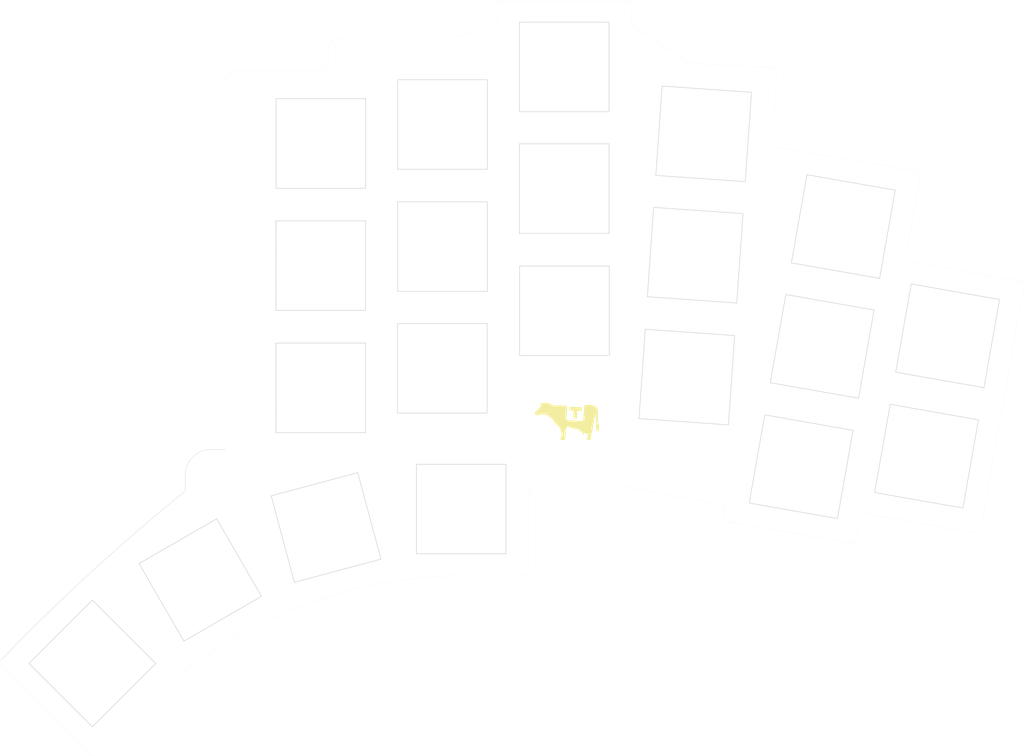
<source format=kicad_pcb>
(kicad_pcb (version 20221018) (generator pcbnew)
  (layers (0 "F.Cu" signal) (31 "B.Cu" signal) (34 "B.Paste" user) (35 "F.Paste" user) (36 "B.SilkS" user "B.Silkscreen") (37 "F.SilkS" user "F.Silkscreen") (38 "B.Mask" user) (39 "F.Mask" user) (44 "Edge.Cuts" user))
  (net 0 "")
  (footprint "MountingHole:MountingHole_3.2mm_M3" (layer "F.Cu") (at 126.819532 52.173919)
    (fp_text reference "MH2" hide)
    (fp_text value "MountingHole_3.2mm_M3" hide)
    (pad "" np_thru_hole circle (at 0 0) (size 2.2 2.2) (drill 2.2) (layers "F&B.Cu" "*.Mask"))
  )
  (footprint "MountingHole:MountingHole_3.2mm_M3" (layer "F.Cu") (at 189.140796 77.405445)
    (fp_text reference "MH2" hide)
    (fp_text value "MountingHole_3.2mm_M3" hide)
    (pad "" np_thru_hole circle (at 0 0) (size 2.2 2.2) (drill 2.2) (layers "F&B.Cu" "*.Mask"))
  )
  (footprint "MountingHole:MountingHole_3.2mm_M3" (layer "F.Cu") (at 103.319532 116.173919)
    (fp_text reference "MH6" hide)
    (fp_text value "MountingHole_3.2mm_M3" hide)
    (pad "" np_thru_hole circle (at 0 0) (size 2.2 2.2) (drill 2.2) (layers "F&B.Cu" "*.Mask"))
  )
  (footprint "MountingHole:MountingHole_3.2mm_M3" (layer "F.Cu") (at 181.319532 114.673919)
    (fp_text reference "MH7" hide)
    (fp_text value "MountingHole_3.2mm_M3" hide)
    (pad "" np_thru_hole circle (at 0 0) (size 2.2 2.2) (drill 2.2) (layers "F&B.Cu" "*.Mask"))
  )
  (gr_poly (pts (xy 159.123105 105.317746) (xy 160.893564 105.410614) (xy 160.898273 105.41098) (xy 160.902908 105.411578) (xy 160.907463 105.4124) (xy 160.911933 105.413443) (xy 160.916312 105.414698) (xy 160.920596 105.416161) (xy 160.924778 105.417825) (xy 160.928853 105.419684) (xy 160.932816 105.421732) (xy 160.936661 105.423963) (xy 160.940382 105.426371) (xy 160.943975 105.428949) (xy 160.947433 105.431693) (xy 160.950752 105.434595) (xy 160.953926 105.43765) (xy 160.956948 105.440851) (xy 160.959815 105.444193) (xy 160.96252 105.44767) (xy 160.965057 105.451274) (xy 160.967423 105.455001) (xy 160.96961 105.458844) (xy 160.971613 105.462798) (xy 160.973428 105.466855) (xy 160.975047 105.471011) (xy 160.976467 105.475258) (xy 160.977682 105.479591) (xy 160.978685 105.484005) (xy 160.979472 105.488491) (xy 160.980038 105.493046) (xy 160.980375 105.497662) (xy 160.98048 105.502334) (xy 160.980347 105.507055) (xy 160.959909 105.898043) (xy 160.959543 105.902746) (xy 160.958945 105.907375) (xy 160.958123 105.911925) (xy 160.95708 105.91639) (xy 160.955825 105.920765) (xy 160.954363 105.925044) (xy 160.952699 105.929223) (xy 160.95084 105.933295) (xy 160.948793 105.937255) (xy 160.946562 105.941097) (xy 160.944155 105.944816) (xy 160.941577 105.948407) (xy 160.938834 105.951865) (xy 160.935933 105.955182) (xy 160.93288 105.958355) (xy 160.92968 105.961378) (xy 160.926339 105.964244) (xy 160.922865 105.96695) (xy 160.919262 105.969489) (xy 160.915538 105.971855) (xy 160.911697 105.974044) (xy 160.907746 105.976049) (xy 160.903692 105.977866) (xy 160.89954 105.979489) (xy 160.895296 105.980912) (xy 160.890967 105.982131) (xy 160.886558 105.983138) (xy 160.882076 105.98393) (xy 160.877526 105.9845) (xy 160.872915 105.984843) (xy 160.868249 105.984954) (xy 160.863534 105.984826) (xy 160.256977 105.95301) (xy 160.198305 107.068427) (xy 160.19794 107.073136) (xy 160.197343 107.07777) (xy 160.196521 107.082324) (xy 160.19548 107.086793) (xy 160.194226 107.091171) (xy 160.192765 107.095453) (xy 160.191103 107.099634) (xy 160.189246 107.103707) (xy 160.187201 107.107668) (xy 160.184972 107.111511) (xy 160.182567 107.11523) (xy 160.179991 107.118821) (xy 160.177251 107.122277) (xy 160.174352 107.125594) (xy 160.1713 107.128766) (xy 160.168101 107.131787) (xy 160.164763 107.134652) (xy 160.161289 107.137356) (xy 160.157688 107.139892) (xy 160.153964 107.142257) (xy 160.150123 107.144444) (xy 160.146173 107.146447) (xy 160.142118 107.148262) (xy 160.137965 107.149883) (xy 160.133719 107.151304) (xy 160.129388 107.152521) (xy 160.124977 107.153527) (xy 160.120491 107.154317) (xy 160.115938 107.154886) (xy 160.111323 107.155228) (xy 160.106652 107.155338) (xy 160.101931 107.155211) (xy 159.716698 107.13497) (xy 159.711989 107.134598) (xy 159.707355 107.133996) (xy 159.702801 107.133169) (xy 159.698332 107.132123) (xy 159.693954 107.130864) (xy 159.689672 107.129399) (xy 159.685492 107.127733) (xy 159.681418 107.125873) (xy 159.677457 107.123824) (xy 159.673615 107.121592) (xy 159.669895 107.119184) (xy 159.666304 107.116606) (xy 159.662848 107.113863) (xy 159.659531 107.110962) (xy 159.656359 107.107908) (xy 159.653338 107.104708) (xy 159.650473 107.101368) (xy 159.64777 107.097894) (xy 159.645233 107.094291) (xy 159.642868 107.090566) (xy 159.640681 107.086725) (xy 159.638678 107.082773) (xy 159.636863 107.078718) (xy 159.635242 107.074564) (xy 159.633821 107.070319) (xy 159.632604 107.065987) (xy 159.631598 107.061576) (xy 159.630808 107.05709) (xy 159.630239 107.052537) (xy 159.629897 107.047922) (xy 159.629786 107.04325) (xy 159.629914 107.03853) (xy 159.688585 105.923178) (xy 159.093075 105.891891) (xy 159.088366 105.891526) (xy 159.083732 105.890929) (xy 159.079178 105.890107) (xy 159.074709 105.889066) (xy 159.070331 105.887812) (xy 159.066049 105.886351) (xy 159.061869 105.884689) (xy 159.057795 105.882833) (xy 159.053835 105.880787) (xy 159.049992 105.878559) (xy 159.046272 105.876153) (xy 159.042681 105.873578) (xy 159.039225 105.870837) (xy 159.035908 105.867938) (xy 159.032737 105.864886) (xy 159.029716 105.861688) (xy 159.02685 105.858349) (xy 159.024147 105.854876) (xy 159.02161 105.851274) (xy 159.019245 105.84755) (xy 159.017059 105.84371) (xy 159.015055 105.839759) (xy 159.01324 105.835704) (xy 159.011619 105.831551) (xy 159.010198 105.827306) (xy 159.008982 105.822975) (xy 159.007976 105.818563) (xy 159.007185 105.814078) (xy 159.006616 105.809524) (xy 159.006274 105.804909) (xy 159.006164 105.800238) (xy 159.006291 105.795517) (xy 159.026731 105.404529) (xy 159.027096 105.399821) (xy 159.027694 105.395186) (xy 159.028516 105.390632) (xy 159.029559 105.386163) (xy 159.030814 105.381785) (xy 159.032276 105.377503) (xy 159.03394 105.373323) (xy 159.035799 105.36925) (xy 159.037846 105.365289) (xy 159.040077 105.361446) (xy 159.042484 105.357726) (xy 159.045062 105.354136) (xy 159.047805 105.350679) (xy 159.050706 105.347362) (xy 159.053759 105.344191) (xy 159.056959 105.34117) (xy 159.060299 105.338304) (xy 159.063774 105.335601) (xy 159.067377 105.333064) (xy 159.071101 105.3307) (xy 159.074942 105.328513) (xy 159.078892 105.326509) (xy 159.082947 105.324694) (xy 159.087099 105.323074) (xy 159.091343 105.321652) (xy 159.095672 105.320436) (xy 159.100081 105.31943) (xy 159.104563 105.31864) (xy 159.109113 105.318071) (xy 159.113724 105.317728) (xy 159.11839 105.317618)) (fill solid) (layer "F.SilkS"))
  (gr_poly (pts (xy 155.31586 104.678187) (xy 155.364076 104.681489) (xy 155.411888 104.686848) (xy 155.459219 104.694226) (xy 155.505986 104.703582) (xy 155.567299 104.710925) (xy 155.627442 104.722341) (xy 155.686538 104.737386) (xy 155.744707 104.755617) (xy 155.802069 104.776589) (xy 155.858746 104.799861) (xy 155.914859 104.824987) (xy 155.970528 104.851525) (xy 156.191191 104.962924) (xy 156.246457 104.989868) (xy 156.302006 105.015563) (xy 156.357958 105.039565) (xy 156.414433 105.061431) (xy 156.445723 105.075804) (xy 156.477626 105.088061) (xy 156.5101 105.098342) (xy 156.543102 105.10679) (xy 156.576591 105.113545) (xy 156.610525 105.118748) (xy 156.64486 105.12254) (xy 156.679554 105.125063) (xy 156.714565 105.126457) (xy 156.749851 105.126863) (xy 156.821078 105.125278) (xy 156.892896 105.121435) (xy 156.964965 105.116464) (xy 157.179341 105.105057) (xy 157.392608 105.100836) (xy 157.604923 105.10274) (xy 157.816444 105.109709) (xy 158.027325 105.12068) (xy 158.237724 105.134593) (xy 158.657703 105.166999) (xy 158.551936 107.185638) (xy 158.551611 107.197684) (xy 158.551893 107.209604) (xy 158.552768 107.221382) (xy 158.554221 107.233002) (xy 158.55624 107.244449) (xy 158.558809 107.255708) (xy 158.561916 107.266763) (xy 158.565545 107.277598) (xy 158.569684 107.288199) (xy 158.574318 107.298549) (xy 158.579434 107.308634) (xy 158.585017 107.318438) (xy 158.591054 107.327945) (xy 158.597531 107.33714) (xy 158.604434 107.346008) (xy 158.611748 107.354533) (xy 158.619461 107.362699) (xy 158.627557 107.370492) (xy 158.636024 107.377896) (xy 158.644847 107.384895) (xy 158.654013 107.391474) (xy 158.663507 107.397617) (xy 158.673316 107.40331) (xy 158.683425 107.408536) (xy 158.693822 107.41328) (xy 158.704491 107.417527) (xy 158.715419 107.421261) (xy 158.726592 107.424467) (xy 158.737997 107.427129) (xy 158.749618 107.429233) (xy 158.761443 107.430761) (xy 158.773458 107.4317) (xy 160.97241 107.546993) (xy 160.984457 107.547317) (xy 160.996376 107.547035) (xy 161.008154 107.54616) (xy 161.019774 107.544707) (xy 161.031221 107.542688) (xy 161.04248 107.540119) (xy 161.053534 107.537013) (xy 161.064369 107.533383) (xy 161.07497 107.529244) (xy 161.08532 107.52461) (xy 161.095404 107.519494) (xy 161.105207 107.513911) (xy 161.114713 107.507874) (xy 161.123907 107.501397) (xy 161.132773 107.494495) (xy 161.141297 107.48718) (xy 161.149462 107.479468) (xy 161.157253 107.471371) (xy 161.164654 107.462904) (xy 161.171651 107.454081) (xy 161.178228 107.444915) (xy 161.184368 107.435421) (xy 161.190058 107.425612) (xy 161.19528 107.415503) (xy 161.200021 107.405107) (xy 161.204264 107.394437) (xy 161.207994 107.383509) (xy 161.211195 107.372336) (xy 161.213853 107.360932) (xy 161.215951 107.34931) (xy 161.217474 107.337485) (xy 161.218407 107.32547) (xy 161.336543 105.071154) (xy 161.445658 105.059839) (xy 161.554964 105.049997) (xy 161.664603 105.041843) (xy 161.774718 105.035592) (xy 161.88545 105.031459) (xy 161.99694 105.029659) (xy 162.109331 105.030406) (xy 162.222765 105.033914) (xy 162.424499 105.052403) (xy 162.522298 105.063423) (xy 162.570571 105.070364) (xy 162.618482 105.078637) (xy 162.666071 105.088522) (xy 162.713377 105.100303) (xy 162.760442 105.114262) (xy 162.807306 105.13068) (xy 162.854009 105.149841) (xy 162.900592 105.172025) (xy 162.947096 105.197517) (xy 162.993561 105.226597) (xy 163.116145 105.306176) (xy 163.175017 105.346122) (xy 163.203424 105.36684) (xy 163.230984 105.388323) (xy 163.257576 105.410774) (xy 163.283078 105.434394) (xy 163.307371 105.459385) (xy 163.330332 105.485948) (xy 163.351841 105.514286) (xy 163.371777 105.5446) (xy 163.381117 105.560561) (xy 163.390018 105.577091) (xy 163.398466 105.594217) (xy 163.406444 105.611962) (xy 163.461478 105.749612) (xy 163.461478 107.236107) (xy 163.474237 107.358799) (xy 163.491184 107.479557) (xy 163.511352 107.599024) (xy 163.533775 107.717847) (xy 163.581526 107.956137) (xy 163.604922 108.076895) (xy 163.626709 108.199587) (xy 163.636088 108.250889) (xy 163.643693 108.301585) (xy 163.649685 108.351716) (xy 163.654226 108.401322) (xy 163.657478 108.450443) (xy 163.659601 108.49912) (xy 163.661106 108.595305) (xy 163.654227 108.970385) (xy 163.651014 108.988122) (xy 163.64658 109.005188) (xy 163.640997 109.021559) (xy 163.634336 109.037209) (xy 163.626666 109.052113) (xy 163.618058 109.066246) (xy 163.608584 109.079582) (xy 163.598313 109.092097) (xy 163.587316 109.103765) (xy 163.575663 109.11456) (xy 163.563426 109.124459) (xy 163.550675 109.133435) (xy 163.53748 109.141463) (xy 163.523912 109.148519) (xy 163.510042 109.154577) (xy 163.49594 109.159611) (xy 163.481676 109.163597) (xy 163.467322 109.16651) (xy 163.452948 109.168323) (xy 163.438625 109.169013) (xy 163.424422 109.168554) (xy 163.410412 109.16692) (xy 163.396663 109.164087) (xy 163.383248 109.160029) (xy 163.370236 109.154721) (xy 163.357698 109.148138) (xy 163.345704 109.140254) (xy 163.334326 109.131046) (xy 163.323634 109.120486) (xy 163.313698 109.108551) (xy 163.304589 109.095214) (xy 163.296378 109.080452) (xy 163.267318 109.018507) (xy 163.241968 108.956523) (xy 163.220166 108.894458) (xy 163.201751 108.832272) (xy 163.186562 108.769925) (xy 163.174438 108.707376) (xy 163.165216 108.644586) (xy 163.158737 108.581513) (xy 163.154838 108.518118) (xy 163.153358 108.45436) (xy 163.154136 108.390199) (xy 163.15701 108.325595) (xy 163.161819 108.260507) (xy 163.168403 108.194895) (xy 163.176598 108.128719) (xy 163.186245 108.061938) (xy 163.198935 107.948692) (xy 163.206504 107.836011) (xy 163.209638 107.723816) (xy 163.209023 107.612024) (xy 163.205345 107.500556) (xy 163.199288 107.38933) (xy 163.182781 107.167282) (xy 163.164987 106.945235) (xy 163.151391 106.722541) (xy 163.147881 106.610749) (xy 163.147477 106.498553) (xy 163.150864 106.385873) (xy 163.158728 106.272627) (xy 163.13851 106.334149) (xy 163.129202 106.364098) (xy 163.12086 106.393078) (xy 163.113807 106.420769) (xy 163.110866 106.43403) (xy 163.108368 106.446849) (xy 163.106356 106.459184) (xy 163.104868 106.470997) (xy 163.103945 106.482246) (xy 163.103629 106.492892) (xy 163 107) (xy 162.893773 107.494208) (xy 162.782374 107.983257) (xy 162.66323 108.474886) (xy 162.658991 108.501005) (xy 162.656405 108.527687) (xy 162.655189 108.554853) (xy 162.655061 108.582422) (xy 162.656942 108.638445) (xy 162.65979 108.695111) (xy 162.661349 108.751773) (xy 162.660939 108.779901) (xy 162.65936 108.807787) (xy 162.656331 108.835349) (xy 162.651568 108.862506) (xy 162.644789 108.889179) (xy 162.640556 108.902308) (xy 162.635713 108.915285) (xy 162.615991 108.982387) (xy 162.597963 109.049447) (xy 162.566022 109.18328) (xy 162.537954 109.316464) (xy 162.511822 109.448677) (xy 162.48569 109.579597) (xy 162.457622 109.708902) (xy 162.425681 109.83627) (xy 162.407653 109.899128) (xy 162.387931 109.961381) (xy 162.383244 109.976943) (xy 162.379453 109.992645) (xy 162.376489 110.008469) (xy 162.37428 110.024393) (xy 162.371848 110.056464) (xy 162.371593 110.088695) (xy 162.37295 110.120927) (xy 162.375355 110.152997) (xy 162.381052 110.21601) (xy 162.383215 110.246629) (xy 162.384169 110.276442) (xy 162.383349 110.305288) (xy 162.380192 110.333005) (xy 162.37756 110.34639) (xy 162.374132 110.359433) (xy 162.369838 110.372112) (xy 162.364606 110.384409) (xy 162.358367 110.396302) (xy 162.35105 110.407773) (xy 162.342583 110.4188) (xy 162.332898 110.429363) (xy 162.319754 110.444203) (xy 162.306148 110.457794) (xy 162.292098 110.470175) (xy 162.277624 110.481387) (xy 162.262748 110.491471) (xy 162.247488 110.500466) (xy 162.231866 110.508413) (xy 162.215901 110.515353) (xy 162.199613 110.521325) (xy 162.183023 110.52637) (xy 162.166151 110.530529) (xy 162.149017 110.533841) (xy 162.13164 110.536346) (xy 162.114042 110.538086) (xy 162.078261 110.53943) (xy 162.041833 110.538194) (xy 162.004922 110.5347) (xy 161.967687 110.529272) (xy 161.930289 110.522232) (xy 161.892891 110.513902) (xy 161.855652 110.504604) (xy 161.7823 110.484397) (xy 161.769875 110.47892) (xy 161.758393 110.472828) (xy 161.747829 110.466151) (xy 161.738157 110.458919) (xy 161.729353 110.451163) (xy 161.72139 110.442914) (xy 161.714245 110.4342) (xy 161.707891 110.425052) (xy 161.702303 110.415502) (xy 161.697456 110.405578) (xy 161.693326 110.395311) (xy 161.689885 110.384732) (xy 161.687111 110.37387) (xy 161.684976 110.362756) (xy 161.683457 110.35142) (xy 161.682527 110.339893) (xy 161.682162 110.328204) (xy 161.682335 110.316384) (xy 161.683023 110.304463) (xy 161.6842 110.292471) (xy 161.687919 110.268396) (xy 161.693291 110.244402) (xy 161.700113 110.22073) (xy 161.708184 110.197621) (xy 161.717303 110.175319) (xy 161.727266 110.154064) (xy 161.815453 109.980735) (xy 161.858414 109.890357) (xy 161.878059 109.844946) (xy 161.895888 109.799655) (xy 161.911459 109.754687) (xy 161.924328 109.710243) (xy 161.93405 109.666524) (xy 161.940183 109.623734) (xy 161.941765 109.60275) (xy 161.942283 109.582073) (xy 161.941682 109.561729) (xy 161.939907 109.541743) (xy 161.936901 109.52214) (xy 161.93261 109.502946) (xy 161.926978 109.484185) (xy 161.919949 109.465883) (xy 161.914712 109.456355) (xy 161.909334 109.448385) (xy 161.903834 109.441917) (xy 161.898234 109.436896) (xy 161.892552 109.433267) (xy 161.88681 109.430973) (xy 161.881027 109.429959) (xy 161.875224 109.43017) (xy 161.869421 109.431551) (xy 161.863637 109.434046) (xy 161.857894 109.4376) (xy 161.852211 109.442157) (xy 161.846609 109.447661) (xy 161.841107 109.454058) (xy 161.835726 109.461291) (xy 161.830487 109.469306) (xy 161.825408 109.478047) (xy 161.820511 109.487458) (xy 161.815816 109.497485) (xy 161.811342 109.508071) (xy 161.80711 109.519161) (xy 161.80314 109.530699) (xy 161.799453 109.542631) (xy 161.796068 109.554901) (xy 161.793006 109.567453) (xy 161.790287 109.580232) (xy 161.78793 109.593183) (xy 161.785957 109.606249) (xy 161.784387 109.619376) (xy 161.783241 109.632508) (xy 161.782538 109.64559) (xy 161.7823 109.658566) (xy 161.779562 109.663642) (xy 161.776522 109.668542) (xy 161.7732 109.673251) (xy 161.769616 109.677752) (xy 161.76579 109.682033) (xy 161.761742 109.686076) (xy 161.757493 109.689867) (xy 161.753062 109.693392) (xy 161.74847 109.696634) (xy 161.743737 109.699579) (xy 161.738882 109.702212) (xy 161.733927 109.704517) (xy 161.728891 109.706479) (xy 161.723794 109.708084) (xy 161.718657 109.709316) (xy 161.7135 109.71016) (xy 161.708342 109.710601) (xy 161.703204 109.710623) (xy 161.698107 109.710213) (xy 161.693069 109.709354) (xy 161.688112 109.708031) (xy 161.683256 109.70623) (xy 161.67852 109.703935) (xy 161.673925 109.701131) (xy 161.669491 109.697803) (xy 161.665238 109.693936) (xy 161.661186 109.689515) (xy 161.657355 109.684524) (xy 161.653766 109.678949) (xy 161.650439 109.672775) (xy 161.647394 109.665985) (xy 161.64465 109.658566) (xy 161.644933 109.642781) (xy 161.64562 109.626513) (xy 161.647239 109.593176) (xy 161.647686 109.576428) (xy 161.64757 109.559843) (xy 161.646647 109.543581) (xy 161.644675 109.527804) (xy 161.641413 109.512672) (xy 161.639222 109.505399) (xy 161.636618 109.498347) (xy 161.63357 109.491538) (xy 161.630048 109.484991) (xy 161.626022 109.478726) (xy 161.621461 109.472763) (xy 161.616336 109.467123) (xy 161.610615 109.461826) (xy 161.604269 109.456891) (xy 161.597268 109.45234) (xy 161.58958 109.448191) (xy 161.581177 109.444466) (xy 161.572027 109.441184) (xy 161.5621 109.438366) (xy 161.546313 109.438063) (xy 161.529959 109.437235) (xy 161.495877 109.434487) (xy 161.424476 109.428023) (xy 161.406422 109.426911) (xy 161.388447 109.426245) (xy 161.370634 109.426144) (xy 161.353062 109.42673) (xy 161.335812 109.428124) (xy 161.318965 109.430447) (xy 161.302601 109.433821) (xy 161.286801 109.438366) (xy 161.291316 109.453529) (xy 161.293089 109.460881) (xy 161.29454 109.468086) (xy 161.295669 109.475151) (xy 161.296475 109.48208) (xy 161.296959 109.488878) (xy 161.29712 109.49555) (xy 161.296959 109.502102) (xy 161.296475 109.508537) (xy 161.295669 109.514862) (xy 161.29454 109.521081) (xy 161.293089 109.5272) (xy 161.291316 109.533223) (xy 161.28922 109.539155) (xy 161.286801 109.545002) (xy 161.28406 109.550768) (xy 161.280997 109.556459) (xy 161.277611 109.56208) (xy 161.273903 109.567636) (xy 161.269872 109.573131) (xy 161.265519 109.578571) (xy 161.255845 109.589306) (xy 161.244881 109.599881) (xy 161.232628 109.610336) (xy 161.219085 109.620712) (xy 161.204251 109.631049) (xy 161.199088 109.63339) (xy 161.193934 109.635268) (xy 161.188802 109.636702) (xy 161.183699 109.637713) (xy 161.178638 109.638321) (xy 161.173627 109.638546) (xy 161.168677 109.638408) (xy 161.163798 109.637927) (xy 161.159 109.637124) (xy 161.154292 109.636019) (xy 161.149686 109.634631) (xy 161.145191 109.632981) (xy 161.140817 109.631089) (xy 161.136574 109.628975) (xy 161.132473 109.626659) (xy 161.128522 109.624162) (xy 161.121116 109.618703) (xy 161.114437 109.61276) (xy 161.108564 109.606494) (xy 161.103578 109.600065) (xy 161.09956 109.593635) (xy 161.09659 109.587365) (xy 161.095524 109.584341) (xy 161.09475 109.581416) (xy 161.094278 109.578613) (xy 161.094118 109.57595) (xy 161.094729 109.560175) (xy 161.096429 109.543916) (xy 161.099016 109.527333) (xy 161.102287 109.510587) (xy 161.11008 109.477256) (xy 161.118195 109.445212) (xy 161.125021 109.415749) (xy 161.127446 109.402388) (xy 161.128944 109.390156) (xy 161.129314 109.379215) (xy 161.129012 109.374279) (xy 161.128353 109.369726) (xy 161.127311 109.365577) (xy 161.125861 109.361851) (xy 161.123977 109.358569) (xy 161.121635 109.35575) (xy 160.99776 109.293396) (xy 160.935823 109.261406) (xy 160.873886 109.228444) (xy 160.811949 109.19419) (xy 160.750011 109.15832) (xy 160.688074 109.120515) (xy 160.626137 109.080452) (xy 160.616054 109.074976) (xy 160.606419 109.068896) (xy 160.597197 109.062251) (xy 160.588352 109.055082) (xy 160.57985 109.047428) (xy 160.571655 109.039332) (xy 160.556045 109.021968) (xy 160.54124 109.003314) (xy 160.526959 108.983692) (xy 160.498839 108.942835) (xy 160.484436 108.922245) (xy 160.469429 108.901978) (xy 160.453536 108.882356) (xy 160.436474 108.863702) (xy 160.427417 108.854839) (xy 160.417962 108.846338) (xy 160.408073 108.838241) (xy 160.397717 108.830588) (xy 160.386857 108.823419) (xy 160.375458 108.816774) (xy 160.363486 108.810694) (xy 160.350904 108.805218) (xy 160.020572 108.805218) (xy 159.835888 108.751611) (xy 159.652816 108.696393) (xy 159.470388 108.643111) (xy 159.287634 108.595313) (xy 159.195833 108.574579) (xy 159.103588 108.556547) (xy 159.010778 108.54166) (xy 158.917281 108.530361) (xy 158.822977 108.523094) (xy 158.727744 108.520303) (xy 158.631463 108.52243) (xy 158.53401 108.52992) (xy 158.501908 108.643791) (xy 158.477184 108.758267) (xy 158.458832 108.873308) (xy 158.445842 108.988872) (xy 158.437207 109.104919) (xy 158.431919 109.221409) (xy 158.42735 109.455556) (xy 158.424071 109.69099) (xy 158.420395 109.809089) (xy 158.414018 109.927388) (xy 158.40393 110.045847) (xy 158.389125 110.164425) (xy 158.368593 110.283083) (xy 158.341328 110.40178) (xy 158.335295 110.42147) (xy 158.327568 110.439305) (xy 158.318228 110.455366) (xy 158.307356 110.469734) (xy 158.295032 110.482489) (xy 158.281337 110.493712) (xy 158.266351 110.503484) (xy 158.250156 110.511885) (xy 158.232831 110.518996) (xy 158.214458 110.524897) (xy 158.195117 110.52967) (xy 158.174889 110.533394) (xy 158.153854 110.536151) (xy 158.132093 110.538021) (xy 158.086715 110.539421) (xy 157.708179 110.511913) (xy 157.698024 110.509015) (xy 157.688206 110.505497) (xy 157.678741 110.501384) (xy 157.669643 110.496701) (xy 157.660927 110.491474) (xy 157.65261 110.485727) (xy 157.644705 110.479486) (xy 157.637229 110.472777) (xy 157.630196 110.465623) (xy 157.623621 110.458052) (xy 157.61752 110.450087) (xy 157.611908 110.441754) (xy 157.606799 110.433078) (xy 157.60221 110.424084) (xy 157.598154 110.414798) (xy 157.594649 110.405245) (xy 157.591707 110.39545) (xy 157.589345 110.385437) (xy 157.587578 110.375234) (xy 157.586421 110.364863) (xy 157.58589 110.354352) (xy 157.585998 110.343725) (xy 157.586762 110.333006) (xy 157.588196 110.322222) (xy 157.590316 110.311398) (xy 157.593137 110.300559) (xy 157.596674 110.289729) (xy 157.600942 110.278935) (xy 157.605957 110.268201) (xy 157.611733 110.257553) (xy 157.618285 110.247016) (xy 157.625629 110.236614) (xy 157.659683 110.179607) (xy 157.68968 110.122156) (xy 157.715755 110.064301) (xy 157.738045 110.006082) (xy 157.756685 109.947541) (xy 157.771813 109.888716) (xy 157.783563 109.82965) (xy 157.792073 109.770381) (xy 157.797478 109.710951) (xy 157.799914 109.6514) (xy 157.799517 109.591767) (xy 157.796424 109.532095) (xy 157.782692 109.412789) (xy 157.759806 109.293805) (xy 157.728856 109.175466) (xy 157.69093 109.058095) (xy 157.647117 108.942014) (xy 157.598505 108.827547) (xy 157.546184 108.715016) (xy 157.491241 108.604744) (xy 157.377847 108.39227) (xy 157.36987 108.38211) (xy 157.361435 108.372256) (xy 157.343287 108.353411) (xy 157.323607 108.335612) (xy 157.302595 108.318739) (xy 157.280453 108.302671) (xy 157.257384 108.287288) (xy 157.233587 108.272469) (xy 157.209266 108.258093) (xy 157.110766 108.202607) (xy 157.086845 108.188636) (xy 157.063609 108.174384) (xy 157.04126 108.159731) (xy 157.019998 108.144554) (xy 156.99725 108.126173) (xy 156.975419 108.107182) (xy 156.934306 108.067512) (xy 156.896257 108.025824) (xy 156.860868 107.982403) (xy 156.827736 107.937529) (xy 156.796458 107.891484) (xy 156.766632 107.844553) (xy 156.737853 107.797015) (xy 156.681828 107.701253) (xy 156.625157 107.606457) (xy 156.595573 107.560126) (xy 156.564617 107.514883) (xy 156.531889 107.47101) (xy 156.496983 107.42879) (xy 156.439574 107.367794) (xy 156.380955 107.308573) (xy 156.321208 107.250965) (xy 156.260413 107.194809) (xy 156.19865 107.139944) (xy 156.136001 107.086208) (xy 156.008364 106.981479) (xy 155.878147 106.879329) (xy 155.745996 106.778467) (xy 155.47847 106.575443) (xy 155.401043 106.574239) (xy 155.323617 106.570979) (xy 155.168769 106.560385) (xy 155.013924 106.547855) (xy 154.85908 106.537582) (xy 154.781659 106.534604) (xy 154.704237 106.533762) (xy 154.626814 106.535583) (xy 154.549392 106.540589) (xy 154.471968 106.549305) (xy 154.394543 106.562256) (xy 154.317118 106.579966) (xy 154.239691 106.602959) (xy 154.188075 106.614302) (xy 154.136464 106.626616) (xy 154.084856 106.638286) (xy 154.059053 106.643376) (xy 154.033249 106.647699) (xy 154.007446 106.651053) (xy 153.981643 106.653238) (xy 153.955839 106.654052) (xy 153.930035 106.653291) (xy 153.90423 106.650755) (xy 153.878424 106.646242) (xy 153.865521 106.64318) (xy 153.852617 106.639549) (xy 153.839713 106.635323) (xy 153.826808 106.630476) (xy 153.811569 106.619997) (xy 153.796835 106.609199) (xy 153.782624 106.59809) (xy 153.768959 106.586672) (xy 153.755857 106.574952) (xy 153.743341 106.562934) (xy 153.731429 106.550624) (xy 153.720143 106.538026) (xy 153.709502 106.525145) (xy 153.699526 106.511988) (xy 153.690236 106.498558) (xy 153.681651 106.48486) (xy 153.673792 106.470901) (xy 153.666679 106.456684) (xy 153.660332 106.442215) (xy 153.654771 106.427499) (xy 153.650017 106.412541) (xy 153.646089 106.397346) (xy 153.643008 106.381919) (xy 153.640793 106.366265) (xy 153.639466 106.35039) (xy 153.639045 106.334297) (xy 153.639552 106.317993) (xy 153.641006 106.301482) (xy 153.643427 106.28477) (xy 153.646836 106.26786) (xy 153.651253 106.25076) (xy 153.656698 106.233473) (xy 153.663191 106.216004) (xy 153.670752 106.198359) (xy 153.679401 106.180543) (xy 153.689159 106.16256) (xy 153.710903 106.124476) (xy 153.734735 106.087586) (xy 153.760481 106.051795) (xy 153.787973 106.017008) (xy 153.847502 105.95006) (xy 153.911951 105.885976) (xy 153.97995 105.823989) (xy 154.050126 105.763333) (xy 154.191528 105.642952) (xy 154.260011 105.581693) (xy 154.325188 105.5187) (xy 154.385687 105.453208) (xy 154.413753 105.419285) (xy 154.440136 105.38445) (xy 154.464664 105.348606) (xy 154.487166 105.311659) (xy 154.50747 105.273512) (xy 154.525404 105.23407) (xy 154.540798 105.193236) (xy 154.55348 105.150916) (xy 154.563279 105.107012) (xy 154.570023 105.061431) (xy 154.569784 105.058691) (xy 154.569082 105.055639) (xy 154.567937 105.052284) (xy 154.566368 105.048637) (xy 154.562042 105.040505) (xy 154.556264 105.031324) (xy 154.549195 105.021175) (xy 154.540998 105.010138) (xy 154.52186 104.985727) (xy 154.477126 104.929811) (xy 154.465537 104.914826) (xy 154.454108 104.899599) (xy 154.442999 104.884213) (xy 154.432373 104.868748) (xy 154.432078 104.862976) (xy 154.431299 104.856115) (xy 154.428935 104.839931) (xy 154.426573 104.821809) (xy 154.425795 104.812525) (xy 154.425502 104.803363) (xy 154.425855 104.794522) (xy 154.426324 104.790286) (xy 154.427015 104.786206) (xy 154.427948 104.782308) (xy 154.429143 104.778616) (xy 154.430621 104.775156) (xy 154.432401 104.771954) (xy 154.434504 104.769033) (xy 154.43695 104.766421) (xy 154.439759 104.764141) (xy 154.442951 104.762219) (xy 154.446547 104.76068) (xy 154.450566 104.75955) (xy 154.455029 104.758853) (xy 154.459956 104.758615) (xy 154.480883 104.759536) (xy 154.502255 104.762111) (xy 154.52387 104.766057) (xy 154.545526 104.771093) (xy 154.567022 104.776935) (xy 154.588155 104.783301) (xy 154.628529 104.796475) (xy 154.665033 104.808357) (xy 154.681329 104.813107) (xy 154.696053 104.816686) (xy 154.709003 104.818812) (xy 154.719977 104.819203) (xy 154.724659 104.818659) (xy 154.728773 104.817576) (xy 154.732291 104.815917) (xy 154.735189 104.813648) (xy 154.781956 104.789134) (xy 154.829287 104.767158) (xy 154.8771 104.747679) (xy 154.925315 104.730659) (xy 154.973852 104.716057) (xy 155.02263 104.703833) (xy 155.071568 104.693947) (xy 155.120588 104.686359) (xy 155.169607 104.681029) (xy 155.218546 104.677917) (xy 155.267324 104.676983)) (fill solid) (layer "F.SilkS"))
  (gr_line (start 120.319532 52.673919) (end 107.319532 52.673919) (stroke (width 0.01)) (layer "Edge.Cuts"))
  (gr_line (start 103.91909 122.83361) (end 110.9181 134.9584) (stroke (width 0.09)) (layer "Edge.Cuts"))
  (gr_line (start 151.21532 45.19892) (end 165.21686 45.19892) (stroke (width 0.09)) (layer "Edge.Cuts"))
  (gr_line (start 113.17232 101.70498) (end 113.17232 101.05463) (stroke (width 0.09)) (layer "Edge.Cuts"))
  (gr_line (start 153.648496 117.9691) (end 168.620687 117.9691) (stroke (width 0.01)) (layer "Edge.Cuts"))
  (gr_line (start 113.20054 57.16144) (end 127.19856 57.16144) (stroke (width 0.09)) (layer "Edge.Cuts"))
  (gr_line (start 116.058 132.76416) (end 112.43502 119.24238) (stroke (width 0.09)) (layer "Edge.Cuts"))
  (gr_line (start 186.14334 75.13169) (end 185.16616 89.09797) (stroke (width 0.09)) (layer "Edge.Cuts"))
  (gr_line (start 113.17232 76.86219) (end 113.17232 76.60666) (stroke (width 0.09)) (layer "Edge.Cuts"))
  (gr_arc (start 141.088864 47.596967) (mid 140.816823 47.65458) (end 140.539422 47.673919) (stroke (width 0.01)) (layer "Edge.Cuts"))
  (gr_line (start 113.17232 87.56247) (end 113.17232 87.01468) (stroke (width 0.09)) (layer "Edge.Cuts"))
  (gr_line (start 209.99783 99.91045) (end 212.42843 86.12409) (stroke (width 0.09)) (layer "Edge.Cuts"))
  (gr_line (start 209.13706 104.93746) (end 222.92342 107.36807) (stroke (width 0.09)) (layer "Edge.Cuts"))
  (gr_line (start 113.17232 81.31544) (end 113.17232 80.69073) (stroke (width 0.09)) (layer "Edge.Cuts"))
  (gr_arc (start 152.648496 118.9691) (mid 152.941392 118.261996) (end 153.648496 117.9691) (stroke (width 0.01)) (layer "Edge.Cuts"))
  (gr_line (start 113.17232 97.07653) (end 113.17232 96.6518) (stroke (width 0.09)) (layer "Edge.Cuts"))
  (gr_line (start 113.17232 89.916) (end 113.17232 89.66048) (stroke (width 0.09)) (layer "Edge.Cuts"))
  (gr_line (start 183.8609 108.15122) (end 169.89463 107.17403) (stroke (width 0.09)) (layer "Edge.Cuts"))
  (gr_line (start 113.17232 100.41455) (end 113.17232 99.78985) (stroke (width 0.09)) (layer "Edge.Cuts"))
  (gr_line (start 91.79429 129.83262) (end 103.91909 122.83361) (stroke (width 0.09)) (layer "Edge.Cuts"))
  (gr_line (start 185.16616 89.09797) (end 171.19989 88.12078) (stroke (width 0.09)) (layer "Edge.Cuts"))
  (gr_line (start 113.17232 101.05463) (end 113.17232 100.41455) (stroke (width 0.09)) (layer "Edge.Cuts"))
  (gr_line (start 184.83808 94.18495) (end 183.8609 108.15122) (stroke (width 0.09)) (layer "Edge.Cuts"))
  (gr_line (start 112.43502 119.24238) (end 125.9568 115.6194) (stroke (width 0.09)) (layer "Edge.Cuts"))
  (gr_line (start 127.17034 109.36122) (end 113.17232 109.36122) (stroke (width 0.09)) (layer "Edge.Cuts"))
  (gr_line (start 229.547717 85.672132) (end 212.44919 82.668899) (stroke (width 0.01)) (layer "Edge.Cuts"))
  (gr_arc (start 105.319532 54.673919) (mid 105.905318 53.259705) (end 107.319532 52.673919) (stroke (width 0.01)) (layer "Edge.Cuts"))
  (gr_line (start 99 116) (end 99 118.5) (stroke (width 0.05)) (layer "Edge.Cuts"))
  (gr_line (start 113.17232 95.51691) (end 113.17232 95.39983) (stroke (width 0.09)) (layer "Edge.Cuts"))
  (gr_line (start 113.17232 105.53523) (end 113.17232 104.93104) (stroke (width 0.09)) (layer "Edge.Cuts"))
  (gr_line (start 203.773609 126.149117) (end 204.341669 122.888015) (stroke (width 0.01)) (layer "Edge.Cuts"))
  (gr_line (start 113.17232 85.83193) (end 113.17232 85.20722) (stroke (width 0.09)) (layer "Edge.Cuts"))
  (gr_line (start 113.17232 95.9613) (end 113.17232 95.70578) (stroke (width 0.09)) (layer "Edge.Cuts"))
  (gr_line (start 113.17232 76.4178) (end 113.17232 76.30072) (stroke (width 0.09)) (layer "Edge.Cuts"))
  (gr_line (start 113.17232 109.36122) (end 113.17232 109.20397) (stroke (width 0.09)) (layer "Edge.Cuts"))
  (gr_line (start 113.17232 98.05931) (end 113.17232 97.54741) (stroke (width 0.09)) (layer "Edge.Cuts"))
  (gr_line (start 209.91669 71.4699) (end 207.48609 85.25626) (stroke (width 0.09)) (layer "Edge.Cuts"))
  (gr_line (start 172.17707 74.15452) (end 186.14334 75.13169) (stroke (width 0.09)) (layer "Edge.Cuts"))
  (gr_line (start 113.17232 109.01511) (end 113.17232 108.75959) (stroke (width 0.09)) (layer "Edge.Cuts"))
  (gr_line (start 125.9568 115.6194) (end 129.57978 129.14118) (stroke (width 0.09)) (layer "Edge.Cuts"))
  (gr_line (start 172.52632 69.15573) (end 173.5035 55.18946) (stroke (width 0.09)) (layer "Edge.Cuts"))
  (gr_line (start 113.17232 99.78985) (end 113.17232 99.18565) (stroke (width 0.09)) (layer "Edge.Cuts"))
  (gr_curve (pts (xy 84.14085 159.715396) (xy 84.42292 159.997467) (xy 84.846023 159.997468) (xy 85.128093 159.715396)) (stroke (width 0.01)) (layer "Edge.Cuts"))
  (gr_curve (pts (xy 104.344083 142.826482) (xy 105.084515 142.332858) (xy 105.860207 141.874495) (xy 106.635896 141.451391)) (stroke (width 0.01)) (layer "Edge.Cuts"))
  (gr_line (start 113.17232 90.26211) (end 113.17232 90.10486) (stroke (width 0.09)) (layer "Edge.Cuts"))
  (gr_curve (pts (xy 183.112011 122.517474) (xy 183.076753 122.870059) (xy 183.323564 123.187387) (xy 183.640891 123.257904)) (stroke (width 0.01)) (layer "Edge.Cuts"))
  (gr_arc (start 212.44919 82.668899) (mid 211.803582 82.258243) (end 211.637188 81.511402) (stroke (width 0.01)) (layer "Edge.Cuts"))
  (gr_line (start 187.46977 56.16664) (end 186.49259 70.13291) (stroke (width 0.09)) (layer "Edge.Cuts"))
  (gr_line (start 129.57978 129.14118) (end 116.058 132.76416) (stroke (width 0.09)) (layer "Edge.Cuts"))
  (gr_line (start 113.17232 95.70578) (end 113.17232 95.51691) (stroke (width 0.09)) (layer "Edge.Cuts"))
  (gr_curve (pts (xy 202.997917 126.677998) (xy 203.350503 126.748515) (xy 203.703089 126.501704) (xy 203.773609 126.149117)) (stroke (width 0.01)) (layer "Edge.Cuts"))
  (gr_arc (start 178.198628 51.608503) (mid 177.680354 51.510815) (end 177.205652 51.281013) (stroke (width 0.01)) (layer "Edge.Cuts"))
  (gr_line (start 113.17232 108.06908) (end 113.17232 107.64435) (stroke (width 0.09)) (layer "Edge.Cuts"))
  (gr_line (start 207.48609 85.25626) (end 193.69972 82.82566) (stroke (width 0.09)) (layer "Edge.Cuts"))
  (gr_line (start 213.258197 68.465889) (end 191.696463 64.822114) (stroke (width 0.01)) (layer "Edge.Cuts"))
  (gr_line (start 121.319532 49.673919) (end 121.319532 51.673919) (stroke (width 0.01)) (layer "Edge.Cuts"))
  (gr_line (start 193.69972 82.82566) (end 196.13033 69.0393) (stroke (width 0.09)) (layer "Edge.Cuts"))
  (gr_arc (start 121.319532 51.673919) (mid 121.026639 52.381026) (end 120.319532 52.673919) (stroke (width 0.01)) (layer "Edge.Cuts"))
  (gr_line (start 113.17232 88.07436) (end 113.17232 87.56247) (stroke (width 0.09)) (layer "Edge.Cuts"))
  (gr_line (start 113.17232 107.17348) (end 113.17232 106.66158) (stroke (width 0.09)) (layer "Edge.Cuts"))
  (gr_line (start 113.17232 77.17924) (end 113.17232 76.86219) (stroke (width 0.09)) (layer "Edge.Cuts"))
  (gr_curve (pts (xy 123.771623 134.258617) (xy 129.941898 132.601458) (xy 136.253201 131.755252) (xy 142.141406 131.719992)) (stroke (width 0.01)) (layer "Edge.Cuts"))
  (gr_line (start 168.620687 117.9691) (end 182.445983 120.589152) (stroke (width 0.01)) (layer "Edge.Cuts"))
  (gr_rect (start 132.16913 92.31171) (end 146.17067 106.31326) (stroke (width 0.09)) (fill none) (layer "Edge.Cuts"))
  (gr_line (start 113.17232 82.60586) (end 113.17232 81.95552) (stroke (width 0.09)) (layer "Edge.Cuts"))
  (gr_line (start 127.17034 90.26211) (end 113.17232 90.26211) (stroke (width 0.09)) (layer "Edge.Cuts"))
  (gr_line (start 147.819532 42.409712) (end 147.819532 44.919618) (stroke (width 0.01)) (layer "Edge.Cuts"))
  (gr_curve (pts (xy 222.495977 125.091358) (xy 222.883823 125.161875) (xy 223.20115 124.915063) (xy 223.271667 124.527219)) (stroke (width 0.01)) (layer "Edge.Cuts"))
  (gr_line (start 98.7933 141.95741) (end 91.79429 129.83262) (stroke (width 0.09)) (layer "Edge.Cuts"))
  (gr_line (start 171.19989 88.12078) (end 172.17707 74.15452) (stroke (width 0.09)) (layer "Edge.Cuts"))
  (gr_line (start 226.2148 88.5547) (end 223.78419 102.34105) (stroke (width 0.09)) (layer "Edge.Cuts"))
  (gr_line (start 113.17232 80.69073) (end 113.17232 80.08654) (stroke (width 0.09)) (layer "Edge.Cuts"))
  (gr_line (start 196.13033 69.0393) (end 209.91669 71.4699) (stroke (width 0.09)) (layer "Edge.Cuts"))
  (gr_line (start 170.87181 93.20777) (end 184.83808 94.18495) (stroke (width 0.09)) (layer "Edge.Cuts"))
  (gr_curve (pts (xy 148.489447 41.739796) (xy 148.136861 41.739796) (xy 147.819532 42.057124) (xy 147.819532 42.409712)) (stroke (width 0.01)) (layer "Edge.Cuts"))
  (gr_line (start 113.17232 104.30634) (end 113.17232 103.66625) (stroke (width 0.09)) (layer "Edge.Cuts"))
  (gr_line (start 113.17232 106.66158) (end 113.17232 106.11379) (stroke (width 0.09)) (layer "Edge.Cuts"))
  (gr_line (start 85.128093 159.715396) (end 91.968281 152.83995) (stroke (width 0.01)) (layer "Edge.Cuts"))
  (gr_line (start 113.17232 79.50799) (end 113.17232 78.9602) (stroke (width 0.09)) (layer "Edge.Cuts"))
  (gr_line (start 189.54054 106.58491) (end 203.3269 109.01551) (stroke (width 0.09)) (layer "Edge.Cuts"))
  (gr_line (start 113.17232 80.08654) (end 113.17232 79.50799) (stroke (width 0.09)) (layer "Edge.Cuts"))
  (gr_line (start 113.17232 84.56714) (end 113.17232 83.9168) (stroke (width 0.09)) (layer "Edge.Cuts"))
  (gr_arc (start 147.819532 44.919618) (mid 147.617881 45.521814) (end 147.094253 45.881142) (stroke (width 0.01)) (layer "Edge.Cuts"))
  (gr_line (start 113.17232 76.60666) (end 113.17232 76.4178) (stroke (width 0.09)) (layer "Edge.Cuts"))
  (gr_line (start 168.726465 45.150392) (end 168.726464 42.409711) (stroke (width 0.01)) (layer "Edge.Cuts"))
  (gr_line (start 127.17034 76.26056) (end 127.17034 90.26211) (stroke (width 0.09)) (layer "Edge.Cuts"))
  (gr_line (start 113.17232 104.93104) (end 113.17232 104.30634) (stroke (width 0.09)) (layer "Edge.Cuts"))
  (gr_line (start 113.17232 109.20397) (end 113.17232 109.01511) (stroke (width 0.09)) (layer "Edge.Cuts"))
  (gr_curve (pts (xy 151.943324 131.719992) (xy 152.331169 131.719991) (xy 152.648497 131.402663) (xy 152.648496 131.014818)) (stroke (width 0.01)) (layer "Edge.Cuts"))
  (gr_arc (start 121.319532 49.673919) (mid 121.905318 48.259705) (end 123.319532 47.673919) (stroke (width 0.01)) (layer "Edge.Cuts"))
  (gr_line (start 113.17232 90.10486) (end 113.17232 89.916) (stroke (width 0.09)) (layer "Edge.Cuts"))
  (gr_line (start 178.198628 51.608503) (end 190.447914 52.271896) (stroke (width 0.01)) (layer "Edge.Cuts"))
  (gr_line (start 113.17232 96.6518) (end 113.17232 96.27835) (stroke (width 0.09)) (layer "Edge.Cuts"))
  (gr_line (start 146.19537 54.19815) (end 146.19537 68.19617) (stroke (width 0.09)) (layer "Edge.Cuts"))
  (gr_line (start 113.17232 83.26133) (end 113.17232 82.60586) (stroke (width 0.09)) (layer "Edge.Cuts"))
  (gr_line (start 152.648496 131.014818) (end 152.648496 118.9691) (stroke (width 0.01)) (layer "Edge.Cuts"))
  (gr_arc (start 169.175899 45.985183) (mid 168.845963 45.624435) (end 168.726465 45.150392) (stroke (width 0.01)) (layer "Edge.Cuts"))
  (gr_line (start 211.637188 81.511402) (end 213.18768 72.661675) (stroke (width 0.01)) (layer "Edge.Cuts"))
  (gr_line (start 223.271667 124.527219) (end 230.006079 86.447823) (stroke (width 0.01)) (layer "Edge.Cuts"))
  (gr_line (start 132.19382 54.19815) (end 146.19537 54.19815) (stroke (width 0.09)) (layer "Edge.Cuts"))
  (gr_line (start 203.3269 109.01551) (end 200.89629 122.80187) (stroke (width 0.09)) (layer "Edge.Cuts"))
  (gr_line (start 113.17232 103.01591) (end 113.17232 102.36044) (stroke (width 0.09)) (layer "Edge.Cuts"))
  (gr_line (start 190.40131 101.5579) (end 192.83192 87.77154) (stroke (width 0.09)) (layer "Edge.Cuts"))
  (gr_line (start 173.5035 55.18946) (end 187.46977 56.16664) (stroke (width 0.09)) (layer "Edge.Cuts"))
  (gr_line (start 151.21884 78.21845) (end 151.21884 64.2169) (stroke (width 0.09)) (layer "Edge.Cuts"))
  (gr_line (start 113.17232 86.43612) (end 113.17232 85.83193) (stroke (width 0.09)) (layer "Edge.Cuts"))
  (gr_line (start 113.17232 95.39983) (end 113.17232 95.35967) (stroke (width 0.09)) (layer "Edge.Cuts"))
  (gr_line (start 113.17232 89.34342) (end 113.17232 88.96997) (stroke (width 0.09)) (layer "Edge.Cuts"))
  (gr_line (start 113.17232 83.9168) (end 113.17232 83.26133) (stroke (width 0.09)) (layer "Edge.Cuts"))
  (gr_line (start 105.319532 54.673919) (end 105.319532 112) (stroke (width 0.01)) (layer "Edge.Cuts"))
  (gr_line (start 113.17232 77.97742) (end 113.17232 77.55269) (stroke (width 0.09)) (layer "Edge.Cuts"))
  (gr_line (start 206.61828 90.20215) (end 204.18767 103.9885) (stroke (width 0.09)) (layer "Edge.Cuts"))
  (gr_rect (start 135.12184 114.31415) (end 149.11985 128.31217) (stroke (width 0.09)) (fill none) (layer "Edge.Cuts"))
  (gr_line (start 113.17232 77.55269) (end 113.17232 77.17924) (stroke (width 0.09)) (layer "Edge.Cuts"))
  (gr_line (start 151.21885 64.2169) (end 165.22039 64.2169) (stroke (width 0.09)) (layer "Edge.Cuts"))
  (gr_line (start 113.17232 106.11379) (end 113.17232 105.53523) (stroke (width 0.09)) (layer "Edge.Cuts"))
  (gr_line (start 113.17232 103.66625) (end 113.17232 103.01591) (stroke (width 0.09)) (layer "Edge.Cuts"))
  (gr_line (start 127.17034 95.35967) (end 127.17034 109.36122) (stroke (width 0.09)) (layer "Edge.Cuts"))
  (gr_line (start 113.20054 71.16299) (end 113.20054 57.16497) (stroke (width 0.09)) (layer "Edge.Cuts"))
  (gr_line (start 113.17232 108.75959) (end 113.17232 108.44254) (stroke (width 0.09)) (layer "Edge.Cuts"))
  (gr_line (start 127.19856 57.16144) (end 127.19856 71.16299) (stroke (width 0.09)) (layer "Edge.Cuts"))
  (gr_line (start 113.17232 76.30072) (end 113.17232 76.26056) (stroke (width 0.09)) (layer "Edge.Cuts"))
  (gr_line (start 200.89629 122.80187) (end 187.10993 120.37127) (stroke (width 0.09)) (layer "Edge.Cuts"))
  (gr_line (start 113.17232 76.26056) (end 127.17034 76.26056) (stroke (width 0.09)) (layer "Edge.Cuts"))
  (gr_line (start 113.17232 81.95552) (end 113.17232 81.31544) (stroke (width 0.09)) (layer "Edge.Cuts"))
  (gr_arc (start 191.696463 64.822114) (mid 191.083335 64.462124) (end 190.864364 63.785685) (stroke (width 0.01)) (layer "Edge.Cuts"))
  (gr_line (start 212.42843 86.12409) (end 226.2148 88.5547) (stroke (width 0.09)) (layer "Edge.Cuts"))
  (gr_line (start 187.10993 120.37127) (end 189.54054 106.58491) (stroke (width 0.09)) (layer "Edge.Cuts"))
  (gr_line (start 84.49896 155.33807) (end 74.60016 145.43927) (stroke (width 0.09)) (layer "Edge.Cuts"))
  (gr_line (start 105.319532 112) (end 103 112) (stroke (width 0.05)) (layer "Edge.Cuts"))
  (gr_line (start 113.17232 96.27835) (end 113.17232 95.9613) (stroke (width 0.09)) (layer "Edge.Cuts"))
  (gr_line (start 191.392477 53.322536) (end 190.864364 63.785685) (stroke (width 0.01)) (layer "Edge.Cuts"))
  (gr_line (start 74.60016 145.43927) (end 84.49896 135.54047) (stroke (width 0.09)) (layer "Edge.Cuts"))
  (gr_line (start 168.056548 41.739797) (end 148.489447 41.739796) (stroke (width 0.01)) (layer "Edge.Cuts"))
  (gr_rect (start 132.19382 73.28316) (end 146.19537 87.2847) (stroke (width 0.09)) (fill none) (layer "Edge.Cuts"))
  (gr_line (start 113.17232 99.18565) (end 113.17232 98.6071) (stroke (width 0.09)) (layer "Edge.Cuts"))
  (gr_line (start 113.17232 87.01468) (end 113.17232 86.43612) (stroke (width 0.09)) (layer "Edge.Cuts"))
  (gr_line (start 165.21686 59.204) (end 151.21531 59.204) (stroke (width 0.09)) (layer "Edge.Cuts"))
  (gr_line (start 205.501594 122.075012) (end 222.495977 125.091358) (stroke (width 0.01)) (layer "Edge.Cuts"))
  (gr_arc (start 204.341669 122.888015) (mid 204.752871 122.240742) (end 205.501594 122.075012) (stroke (width 0.01)) (layer "Edge.Cuts"))
  (gr_curve (pts (xy 91.968281 152.83995) (xy 93.625438 151.182793) (xy 99.094532 145.923919) (xy 104.344083 142.826482)) (stroke (width 0.01)) (layer "Edge.Cuts"))
  (gr_line (start 94.39776 145.43927) (end 84.49896 155.33807) (stroke (width 0.09)) (layer "Edge.Cuts"))
  (gr_line (start 192.83192 87.77154) (end 206.61828 90.20215) (stroke (width 0.09)) (layer "Edge.Cuts"))
  (gr_line (start 113.17232 78.4483) (end 113.17232 77.97742) (stroke (width 0.09)) (layer "Edge.Cuts"))
  (gr_line (start 222.92342 107.36807) (end 220.49281 121.15442) (stroke (width 0.09)) (layer "Edge.Cuts"))
  (gr_line (start 183.640891 123.257904) (end 202.997917 126.677998) (stroke (width 0.01)) (layer "Edge.Cuts"))
  (gr_line (start 204.18766 103.9885) (end 190.40131 101.5579) (stroke (width 0.09)) (layer "Edge.Cuts"))
  (gr_line (start 147.094253 45.881142) (end 141.088864 47.596967) (stroke (width 0.01)) (layer "Edge.Cuts"))
  (gr_line (start 70.284182 145.85873) (end 84.14085 159.715396) (stroke (width 0.01)) (layer "Edge.Cuts"))
  (gr_line (start 169.175899 45.985183) (end 177.205652 51.281013) (stroke (width 0.01)) (layer "Edge.Cuts"))
  (gr_line (start 165.22039 64.2169) (end 165.22039 78.21845) (stroke (width 0.09)) (layer "Edge.Cuts"))
  (gr_curve (pts (xy 168.726464 42.409711) (xy 168.726465 42.057126) (xy 168.409136 41.739797) (xy 168.056548 41.739797)) (stroke (width 0.01)) (layer "Edge.Cuts"))
  (gr_line (start 151.21531 59.204) (end 151.21531 45.20245) (stroke (width 0.09)) (layer "Edge.Cuts"))
  (gr_line (start 132.19382 68.19617) (end 132.19382 54.20168) (stroke (width 0.09)) (layer "Edge.Cuts"))
  (gr_line (start 113.17232 78.9602) (end 113.17232 78.4483) (stroke (width 0.09)) (layer "Edge.Cuts"))
  (gr_line (start 113.17232 85.20722) (end 113.17232 84.56714) (stroke (width 0.09)) (layer "Edge.Cuts"))
  (gr_line (start 183.245361 121.740904) (end 183.112011 122.517474) (stroke (width 0.01)) (layer "Edge.Cuts"))
  (gr_line (start 127.19856 71.16299) (end 113.20054 71.16299) (stroke (width 0.09)) (layer "Edge.Cuts"))
  (gr_line (start 142.141406 131.719992) (end 151.943324 131.719992) (stroke (width 0.01)) (layer "Edge.Cuts"))
  (gr_line (start 186.49259 70.13291) (end 172.52632 69.15573) (stroke (width 0.09)) (layer "Edge.Cuts"))
  (gr_line (start 165.21686 45.19892) (end 165.21686 59.204) (stroke (width 0.09)) (layer "Edge.Cuts"))
  (gr_line (start 113.17232 98.6071) (end 113.17232 98.05931) (stroke (width 0.09)) (layer "Edge.Cuts"))
  (gr_arc (start 99 116) (mid 100.171573 113.171573) (end 103 112) (stroke (width 0.05)) (layer "Edge.Cuts"))
  (gr_curve (pts (xy 70.284182 144.871486) (xy 70.002111 145.153556) (xy 70.002112 145.576658) (xy 70.284182 145.85873)) (stroke (width 0.01)) (layer "Edge.Cuts"))
  (gr_line (start 113.17232 102.36044) (end 113.17232 101.70498) (stroke (width 0.09)) (layer "Edge.Cuts"))
  (gr_line (start 223.78418 102.34105) (end 209.99783 99.91045) (stroke (width 0.09)) (layer "Edge.Cuts"))
  (gr_line (start 113.17232 97.54741) (end 113.17232 97.07653) (stroke (width 0.09)) (layer "Edge.Cuts"))
  (gr_rect (start 151.24355 83.31602) (end 165.2451 97.31404) (stroke (width 0.09)) (fill none) (layer "Edge.Cuts"))
  (gr_line (start 113.17232 108.44254) (end 113.17232 108.06908) (stroke (width 0.09)) (layer "Edge.Cuts"))
  (gr_line (start 146.19537 68.19617) (end 132.19382 68.19617) (stroke (width 0.09)) (layer "Edge.Cuts"))
  (gr_line (start 213.18768 72.661675) (end 213.787078 69.24158) (stroke (width 0.01)) (layer "Edge.Cuts"))
  (gr_line (start 113.17232 88.96997) (end 113.17232 88.54524) (stroke (width 0.09)) (layer "Edge.Cuts"))
  (gr_curve (pts (xy 106.635896 141.451391) (xy 112.171513 138.242852) (xy 118.130233 135.774741) (xy 123.771623 134.258617)) (stroke (width 0.01)) (layer "Edge.Cuts"))
  (gr_line (start 169.89463 107.17403) (end 170.87181 93.20777) (stroke (width 0.09)) (layer "Edge.Cuts"))
  (gr_line (start 113.17232 107.64435) (end 113.17232 107.17348) (stroke (width 0.09)) (layer "Edge.Cuts"))
  (gr_line (start 220.49281 121.15442) (end 206.70645 118.72382) (stroke (width 0.09)) (layer "Edge.Cuts"))
  (gr_line (start 165.22039 78.21845) (end 151.21884 78.21845) (stroke (width 0.09)) (layer "Edge.Cuts"))
  (gr_curve (pts (xy 213.787078 69.24158) (xy 213.857595 68.888995) (xy 213.575525 68.536406) (xy 213.258197 68.465889)) (stroke (width 0.01)) (layer "Edge.Cuts"))
  (gr_arc (start 182.445983 120.589152) (mid 183.081314 121.001479) (end 183.245361 121.740904) (stroke (width 0.01)) (layer "Edge.Cuts"))
  (gr_line (start 140.539422 47.673919) (end 123.319532 47.673919) (stroke (width 0.01)) (layer "Edge.Cuts"))
  (gr_line (start 113.17232 88.54524) (end 113.17232 88.07436) (stroke (width 0.09)) (layer "Edge.Cuts"))
  (gr_line (start 84.49896 135.54047) (end 94.39776 145.43927) (stroke (width 0.09)) (layer "Edge.Cuts"))
  (gr_arc (start 190.447914 52.271896) (mid 191.13748 52.601869) (end 191.392477 53.322536) (stroke (width 0.01)) (layer "Edge.Cuts"))
  (gr_line (start 113.17232 95.35967) (end 127.17034 95.35967) (stroke (width 0.09)) (layer "Edge.Cuts"))
  (gr_line (start 110.9181 134.9584) (end 98.7933 141.95741) (stroke (width 0.09)) (layer "Edge.Cuts"))
  (gr_arc (start 70.284182 144.871486) (mid 84.23545 131.242952) (end 99 118.5) (stroke (width 0.05)) (layer "Edge.Cuts"))
  (gr_curve (pts (xy 230.006079 86.447823) (xy 230.147115 86.059981) (xy 229.900304 85.742652) (xy 229.547717 85.672132)) (stroke (width 0.01)) (layer "Edge.Cuts"))
  (gr_line (start 113.17232 89.66048) (end 113.17232 89.34342) (stroke (width 0.09)) (layer "Edge.Cuts"))
  (gr_line (start 206.70645 118.72382) (end 209.13706 104.93746) (stroke (width 0.09)) (layer "Edge.Cuts"))
)
</source>
